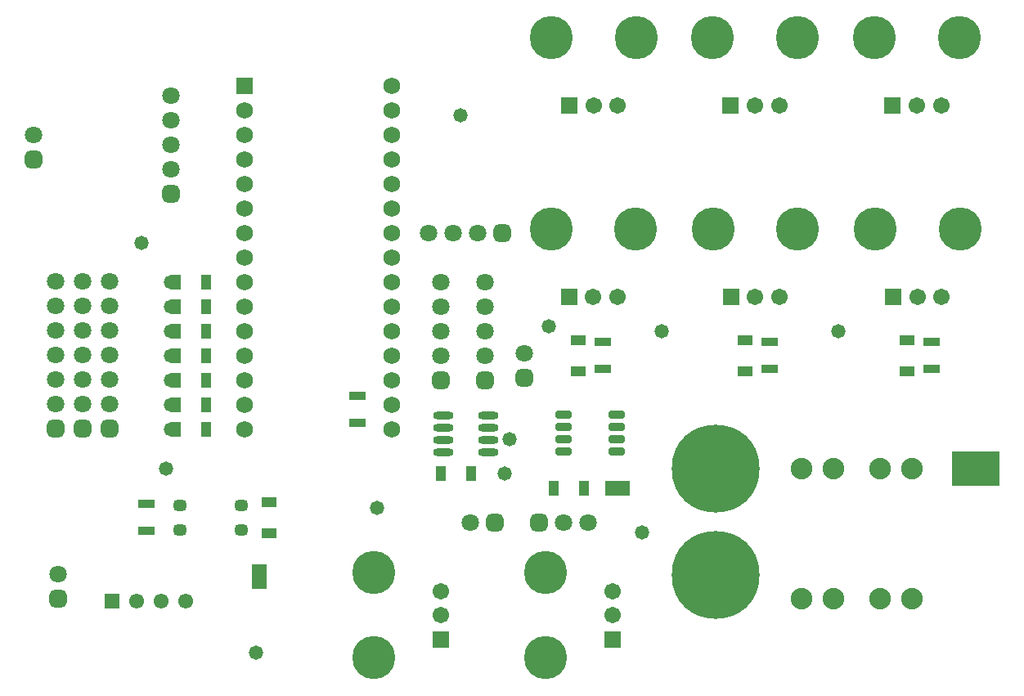
<source format=gbr>
G04*
G04 #@! TF.GenerationSoftware,Altium Limited,Altium Designer,24.1.2 (44)*
G04*
G04 Layer_Color=16711935*
%FSLAX25Y25*%
%MOIN*%
G70*
G04*
G04 #@! TF.SameCoordinates,E3FF4B23-F407-445B-9987-FD0FFFC61A21*
G04*
G04*
G04 #@! TF.FilePolarity,Negative*
G04*
G01*
G75*
%ADD16R,0.05906X0.03937*%
%ADD17C,0.06800*%
%ADD18R,0.06800X0.06800*%
%ADD19C,0.07099*%
G04:AMPARAMS|DCode=20|XSize=70.99mil|YSize=70.99mil|CornerRadius=19.75mil|HoleSize=0mil|Usage=FLASHONLY|Rotation=90.000|XOffset=0mil|YOffset=0mil|HoleType=Round|Shape=RoundedRectangle|*
%AMROUNDEDRECTD20*
21,1,0.07099,0.03150,0,0,90.0*
21,1,0.03150,0.07099,0,0,90.0*
1,1,0.03950,0.01575,0.01575*
1,1,0.03950,0.01575,-0.01575*
1,1,0.03950,-0.01575,-0.01575*
1,1,0.03950,-0.01575,0.01575*
%
%ADD20ROUNDEDRECTD20*%
G04:AMPARAMS|DCode=21|XSize=70.99mil|YSize=70.99mil|CornerRadius=19.75mil|HoleSize=0mil|Usage=FLASHONLY|Rotation=180.000|XOffset=0mil|YOffset=0mil|HoleType=Round|Shape=RoundedRectangle|*
%AMROUNDEDRECTD21*
21,1,0.07099,0.03150,0,0,180.0*
21,1,0.03150,0.07099,0,0,180.0*
1,1,0.03950,-0.01575,0.01575*
1,1,0.03950,0.01575,0.01575*
1,1,0.03950,0.01575,-0.01575*
1,1,0.03950,-0.01575,-0.01575*
%
%ADD21ROUNDEDRECTD21*%
%ADD22C,0.08800*%
%ADD23C,0.35800*%
%ADD24R,0.06706X0.06706*%
%ADD25C,0.06706*%
%ADD26C,0.17572*%
%ADD27R,0.06706X0.06706*%
%ADD28C,0.06102*%
%ADD29R,0.06102X0.06102*%
%ADD30C,0.05800*%
%ADD43R,0.06693X0.03740*%
%ADD47R,0.03937X0.05906*%
%ADD51R,0.06312X0.09855*%
G04:AMPARAMS|DCode=52|XSize=51.31mil|YSize=43.43mil|CornerRadius=12.86mil|HoleSize=0mil|Usage=FLASHONLY|Rotation=180.000|XOffset=0mil|YOffset=0mil|HoleType=Round|Shape=RoundedRectangle|*
%AMROUNDEDRECTD52*
21,1,0.05131,0.01772,0,0,180.0*
21,1,0.02559,0.04343,0,0,180.0*
1,1,0.02572,-0.01280,0.00886*
1,1,0.02572,0.01280,0.00886*
1,1,0.02572,0.01280,-0.00886*
1,1,0.02572,-0.01280,-0.00886*
%
%ADD52ROUNDEDRECTD52*%
%ADD53R,0.09855X0.06312*%
%ADD54R,0.19304X0.14304*%
G04:AMPARAMS|DCode=55|XSize=31.62mil|YSize=65.09mil|CornerRadius=6.01mil|HoleSize=0mil|Usage=FLASHONLY|Rotation=90.000|XOffset=0mil|YOffset=0mil|HoleType=Round|Shape=RoundedRectangle|*
%AMROUNDEDRECTD55*
21,1,0.03162,0.05307,0,0,90.0*
21,1,0.01961,0.06509,0,0,90.0*
1,1,0.01202,0.02653,0.00980*
1,1,0.01202,0.02653,-0.00980*
1,1,0.01202,-0.02653,-0.00980*
1,1,0.01202,-0.02653,0.00980*
%
%ADD55ROUNDEDRECTD55*%
%ADD56O,0.08280X0.03162*%
D16*
X324000Y314299D02*
D03*
Y301701D02*
D03*
X584000Y380299D02*
D03*
Y367701D02*
D03*
X518000Y380299D02*
D03*
Y367701D02*
D03*
X450000Y380299D02*
D03*
Y367701D02*
D03*
D17*
X314000Y364000D02*
D03*
Y374000D02*
D03*
Y384000D02*
D03*
Y394000D02*
D03*
Y404000D02*
D03*
Y414000D02*
D03*
Y424000D02*
D03*
Y434000D02*
D03*
Y444000D02*
D03*
Y454000D02*
D03*
Y464000D02*
D03*
Y474000D02*
D03*
X374000Y484000D02*
D03*
X314000Y354000D02*
D03*
Y344000D02*
D03*
X374000Y474000D02*
D03*
Y464000D02*
D03*
Y454000D02*
D03*
Y444000D02*
D03*
Y434000D02*
D03*
Y424000D02*
D03*
Y414000D02*
D03*
Y404000D02*
D03*
Y394000D02*
D03*
Y364000D02*
D03*
Y384000D02*
D03*
Y374000D02*
D03*
Y354000D02*
D03*
Y344000D02*
D03*
D18*
X314000Y484000D02*
D03*
D19*
X237000Y404347D02*
D03*
Y394346D02*
D03*
Y374346D02*
D03*
Y354346D02*
D03*
Y364347D02*
D03*
Y384347D02*
D03*
X248000Y404347D02*
D03*
Y394346D02*
D03*
Y374346D02*
D03*
Y354346D02*
D03*
Y364347D02*
D03*
Y384347D02*
D03*
X259000Y404347D02*
D03*
Y394346D02*
D03*
Y374346D02*
D03*
Y354346D02*
D03*
Y364347D02*
D03*
Y384347D02*
D03*
X412000Y384000D02*
D03*
Y374000D02*
D03*
Y394000D02*
D03*
Y404000D02*
D03*
X409000Y424000D02*
D03*
X399000D02*
D03*
X389000D02*
D03*
X444000Y306000D02*
D03*
X454000D02*
D03*
X406000D02*
D03*
X428000Y375000D02*
D03*
X238000Y285000D02*
D03*
X284000Y460000D02*
D03*
Y450000D02*
D03*
Y470000D02*
D03*
Y480000D02*
D03*
X394000Y384000D02*
D03*
Y374000D02*
D03*
Y394000D02*
D03*
Y404000D02*
D03*
X228000Y464000D02*
D03*
D20*
X237000Y344346D02*
D03*
X248000D02*
D03*
X259000D02*
D03*
X412000Y364000D02*
D03*
X428000Y365000D02*
D03*
X238000Y275000D02*
D03*
X284000Y440000D02*
D03*
X394000Y364000D02*
D03*
X228000Y454000D02*
D03*
D21*
X419000Y424000D02*
D03*
X434000Y306000D02*
D03*
X416000D02*
D03*
D22*
X573000Y275000D02*
D03*
X586000D02*
D03*
X573000Y328000D02*
D03*
X586000D02*
D03*
X554000D02*
D03*
X541000D02*
D03*
X554000Y275000D02*
D03*
X541000D02*
D03*
D23*
X506000Y284693D02*
D03*
Y328000D02*
D03*
D24*
X578315Y398000D02*
D03*
X512157D02*
D03*
X446158D02*
D03*
X578000Y476000D02*
D03*
X512000D02*
D03*
X446315D02*
D03*
D25*
X588158Y398000D02*
D03*
X598000D02*
D03*
X522000D02*
D03*
X531843D02*
D03*
X456000D02*
D03*
X465842D02*
D03*
X587843Y476000D02*
D03*
X597685D02*
D03*
X521842D02*
D03*
X531685D02*
D03*
X456157D02*
D03*
X466000D02*
D03*
X464000Y268158D02*
D03*
Y278000D02*
D03*
X394000Y268158D02*
D03*
Y278000D02*
D03*
D26*
X570835Y425559D02*
D03*
X605480D02*
D03*
X504677D02*
D03*
X539323D02*
D03*
X438677D02*
D03*
X473323D02*
D03*
X570520Y503559D02*
D03*
X605165D02*
D03*
X504520D02*
D03*
X539165D02*
D03*
X438835D02*
D03*
X473480D02*
D03*
X436441Y250835D02*
D03*
Y285480D02*
D03*
X366441Y250835D02*
D03*
Y285480D02*
D03*
D27*
X464000Y258315D02*
D03*
X394000D02*
D03*
D28*
X290000Y274000D02*
D03*
X280000D02*
D03*
X270000D02*
D03*
D29*
X260000D02*
D03*
D30*
X438000Y386000D02*
D03*
X556000Y384000D02*
D03*
X272000Y420000D02*
D03*
X282000Y328000D02*
D03*
X318512Y252958D02*
D03*
X476000Y302000D02*
D03*
X368000Y312000D02*
D03*
X484000Y384000D02*
D03*
X402000Y472000D02*
D03*
X420000Y326000D02*
D03*
X422000Y340000D02*
D03*
X284000Y344000D02*
D03*
Y354000D02*
D03*
Y364000D02*
D03*
Y374000D02*
D03*
Y384000D02*
D03*
Y394000D02*
D03*
Y404000D02*
D03*
D43*
X360000Y357512D02*
D03*
Y346488D02*
D03*
X274000Y313512D02*
D03*
Y302488D02*
D03*
X594000Y379512D02*
D03*
Y368488D02*
D03*
X528000Y379512D02*
D03*
Y368488D02*
D03*
X460000Y379512D02*
D03*
Y368488D02*
D03*
D47*
X452299Y320000D02*
D03*
X439701D02*
D03*
X406299Y326000D02*
D03*
X393701D02*
D03*
X298299Y364000D02*
D03*
X285701D02*
D03*
X298299Y354000D02*
D03*
X285701D02*
D03*
X298299Y344000D02*
D03*
X285701D02*
D03*
X298299Y374000D02*
D03*
X285701D02*
D03*
X298299Y384000D02*
D03*
X285701D02*
D03*
X298299Y394000D02*
D03*
X285701D02*
D03*
X298299Y404000D02*
D03*
X285701D02*
D03*
D51*
X320000Y284000D02*
D03*
D52*
X312402Y313000D02*
D03*
Y303000D02*
D03*
X287598D02*
D03*
Y313000D02*
D03*
D53*
X466000Y320000D02*
D03*
D54*
X612000Y328000D02*
D03*
D55*
X465457Y350000D02*
D03*
Y345000D02*
D03*
Y340000D02*
D03*
Y335000D02*
D03*
X444000Y350000D02*
D03*
Y345000D02*
D03*
Y340000D02*
D03*
Y335000D02*
D03*
D56*
X394748Y334500D02*
D03*
Y339500D02*
D03*
Y344500D02*
D03*
Y349500D02*
D03*
X413252Y334500D02*
D03*
Y339500D02*
D03*
Y344500D02*
D03*
Y349500D02*
D03*
M02*

</source>
